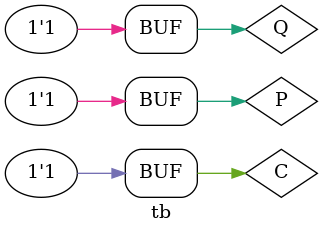
<source format=v>
module tb();

    reg P,Q,C;
    wire R;

    xnorGate dut (.A(P), .B(Q), .C(C), .X(R));

    initial begin
      P <= 1'b0;
      Q <= 1'b0;
      C <= 1'b0;
      #50;

      P <= 1'b0;
      Q <= 1'b0;
      C <= 1'b1;
      #50;

      P <= 1'b0;
      Q <= 1'b1;
      C <= 1'b0;
      #50;

      P <= 1'b0;
      Q <= 1'b1;
      C <= 1'b1;
      #50;

      P <= 1'b1;
      Q <= 1'b1;
      C <= 1'b1;
      #50;
    end

    initial begin
      $dumpfile("dump.vcd");
      $dumpvars(0);
    end

endmodule
</source>
